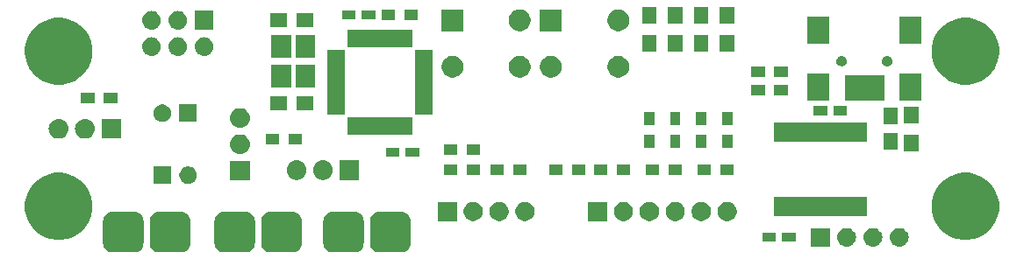
<source format=gbr>
G04 #@! TF.GenerationSoftware,KiCad,Pcbnew,(5.0.1-3-g963ef8bb5)*
G04 #@! TF.CreationDate,2020-07-12T22:57:35-05:00*
G04 #@! TF.ProjectId,SmartNerfBlaster,536D6172744E657266426C6173746572,v1*
G04 #@! TF.SameCoordinates,Original*
G04 #@! TF.FileFunction,Soldermask,Top*
G04 #@! TF.FilePolarity,Negative*
%FSLAX46Y46*%
G04 Gerber Fmt 4.6, Leading zero omitted, Abs format (unit mm)*
G04 Created by KiCad (PCBNEW (5.0.1-3-g963ef8bb5)) date Sunday, July 12, 2020 at 10:57:35 PM*
%MOMM*%
%LPD*%
G01*
G04 APERTURE LIST*
%ADD10C,0.100000*%
G04 APERTURE END LIST*
D10*
G36*
X153218985Y-90562184D02*
X153390616Y-90614247D01*
X153548787Y-90698792D01*
X153687429Y-90812571D01*
X153801208Y-90951213D01*
X153885753Y-91109384D01*
X153937816Y-91281015D01*
X153956000Y-91465640D01*
X153956000Y-93534360D01*
X153937816Y-93718985D01*
X153885753Y-93890616D01*
X153801208Y-94048787D01*
X153687429Y-94187429D01*
X153548787Y-94301208D01*
X153390616Y-94385753D01*
X153218985Y-94437816D01*
X153034360Y-94456000D01*
X150965640Y-94456000D01*
X150781015Y-94437816D01*
X150609384Y-94385753D01*
X150451213Y-94301208D01*
X150312571Y-94187429D01*
X150198792Y-94048787D01*
X150114247Y-93890616D01*
X150062184Y-93718985D01*
X150044000Y-93534360D01*
X150044000Y-91465640D01*
X150062184Y-91281015D01*
X150114247Y-91109384D01*
X150198792Y-90951213D01*
X150312571Y-90812571D01*
X150451213Y-90698792D01*
X150609384Y-90614247D01*
X150781015Y-90562184D01*
X150965640Y-90544000D01*
X153034360Y-90544000D01*
X153218985Y-90562184D01*
X153218985Y-90562184D01*
G37*
G36*
X148718985Y-90562184D02*
X148890616Y-90614247D01*
X149048787Y-90698792D01*
X149187429Y-90812571D01*
X149301208Y-90951213D01*
X149385753Y-91109384D01*
X149437816Y-91281015D01*
X149456000Y-91465640D01*
X149456000Y-93534360D01*
X149437816Y-93718985D01*
X149385753Y-93890616D01*
X149301208Y-94048787D01*
X149187429Y-94187429D01*
X149048787Y-94301208D01*
X148890616Y-94385753D01*
X148718985Y-94437816D01*
X148534360Y-94456000D01*
X146465640Y-94456000D01*
X146281015Y-94437816D01*
X146109384Y-94385753D01*
X145951213Y-94301208D01*
X145812571Y-94187429D01*
X145698792Y-94048787D01*
X145614247Y-93890616D01*
X145562184Y-93718985D01*
X145544000Y-93534360D01*
X145544000Y-91465640D01*
X145562184Y-91281015D01*
X145614247Y-91109384D01*
X145698792Y-90951213D01*
X145812571Y-90812571D01*
X145951213Y-90698792D01*
X146109384Y-90614247D01*
X146281015Y-90562184D01*
X146465640Y-90544000D01*
X148534360Y-90544000D01*
X148718985Y-90562184D01*
X148718985Y-90562184D01*
G37*
G36*
X142718985Y-90562184D02*
X142890616Y-90614247D01*
X143048787Y-90698792D01*
X143187429Y-90812571D01*
X143301208Y-90951213D01*
X143385753Y-91109384D01*
X143437816Y-91281015D01*
X143456000Y-91465640D01*
X143456000Y-93534360D01*
X143437816Y-93718985D01*
X143385753Y-93890616D01*
X143301208Y-94048787D01*
X143187429Y-94187429D01*
X143048787Y-94301208D01*
X142890616Y-94385753D01*
X142718985Y-94437816D01*
X142534360Y-94456000D01*
X140465640Y-94456000D01*
X140281015Y-94437816D01*
X140109384Y-94385753D01*
X139951213Y-94301208D01*
X139812571Y-94187429D01*
X139698792Y-94048787D01*
X139614247Y-93890616D01*
X139562184Y-93718985D01*
X139544000Y-93534360D01*
X139544000Y-91465640D01*
X139562184Y-91281015D01*
X139614247Y-91109384D01*
X139698792Y-90951213D01*
X139812571Y-90812571D01*
X139951213Y-90698792D01*
X140109384Y-90614247D01*
X140281015Y-90562184D01*
X140465640Y-90544000D01*
X142534360Y-90544000D01*
X142718985Y-90562184D01*
X142718985Y-90562184D01*
G37*
G36*
X138218985Y-90562184D02*
X138390616Y-90614247D01*
X138548787Y-90698792D01*
X138687429Y-90812571D01*
X138801208Y-90951213D01*
X138885753Y-91109384D01*
X138937816Y-91281015D01*
X138956000Y-91465640D01*
X138956000Y-93534360D01*
X138937816Y-93718985D01*
X138885753Y-93890616D01*
X138801208Y-94048787D01*
X138687429Y-94187429D01*
X138548787Y-94301208D01*
X138390616Y-94385753D01*
X138218985Y-94437816D01*
X138034360Y-94456000D01*
X135965640Y-94456000D01*
X135781015Y-94437816D01*
X135609384Y-94385753D01*
X135451213Y-94301208D01*
X135312571Y-94187429D01*
X135198792Y-94048787D01*
X135114247Y-93890616D01*
X135062184Y-93718985D01*
X135044000Y-93534360D01*
X135044000Y-91465640D01*
X135062184Y-91281015D01*
X135114247Y-91109384D01*
X135198792Y-90951213D01*
X135312571Y-90812571D01*
X135451213Y-90698792D01*
X135609384Y-90614247D01*
X135781015Y-90562184D01*
X135965640Y-90544000D01*
X138034360Y-90544000D01*
X138218985Y-90562184D01*
X138218985Y-90562184D01*
G37*
G36*
X131968985Y-90562184D02*
X132140616Y-90614247D01*
X132298787Y-90698792D01*
X132437429Y-90812571D01*
X132551208Y-90951213D01*
X132635753Y-91109384D01*
X132687816Y-91281015D01*
X132706000Y-91465640D01*
X132706000Y-93534360D01*
X132687816Y-93718985D01*
X132635753Y-93890616D01*
X132551208Y-94048787D01*
X132437429Y-94187429D01*
X132298787Y-94301208D01*
X132140616Y-94385753D01*
X131968985Y-94437816D01*
X131784360Y-94456000D01*
X129715640Y-94456000D01*
X129531015Y-94437816D01*
X129359384Y-94385753D01*
X129201213Y-94301208D01*
X129062571Y-94187429D01*
X128948792Y-94048787D01*
X128864247Y-93890616D01*
X128812184Y-93718985D01*
X128794000Y-93534360D01*
X128794000Y-91465640D01*
X128812184Y-91281015D01*
X128864247Y-91109384D01*
X128948792Y-90951213D01*
X129062571Y-90812571D01*
X129201213Y-90698792D01*
X129359384Y-90614247D01*
X129531015Y-90562184D01*
X129715640Y-90544000D01*
X131784360Y-90544000D01*
X131968985Y-90562184D01*
X131968985Y-90562184D01*
G37*
G36*
X127468985Y-90562184D02*
X127640616Y-90614247D01*
X127798787Y-90698792D01*
X127937429Y-90812571D01*
X128051208Y-90951213D01*
X128135753Y-91109384D01*
X128187816Y-91281015D01*
X128206000Y-91465640D01*
X128206000Y-93534360D01*
X128187816Y-93718985D01*
X128135753Y-93890616D01*
X128051208Y-94048787D01*
X127937429Y-94187429D01*
X127798787Y-94301208D01*
X127640616Y-94385753D01*
X127468985Y-94437816D01*
X127284360Y-94456000D01*
X125215640Y-94456000D01*
X125031015Y-94437816D01*
X124859384Y-94385753D01*
X124701213Y-94301208D01*
X124562571Y-94187429D01*
X124448792Y-94048787D01*
X124364247Y-93890616D01*
X124312184Y-93718985D01*
X124294000Y-93534360D01*
X124294000Y-91465640D01*
X124312184Y-91281015D01*
X124364247Y-91109384D01*
X124448792Y-90951213D01*
X124562571Y-90812571D01*
X124701213Y-90698792D01*
X124859384Y-90614247D01*
X125031015Y-90562184D01*
X125215640Y-90544000D01*
X127284360Y-90544000D01*
X127468985Y-90562184D01*
X127468985Y-90562184D01*
G37*
G36*
X194401000Y-93901000D02*
X192599000Y-93901000D01*
X192599000Y-92099000D01*
X194401000Y-92099000D01*
X194401000Y-93901000D01*
X194401000Y-93901000D01*
G37*
G36*
X196150443Y-92105519D02*
X196216627Y-92112037D01*
X196329853Y-92146384D01*
X196386467Y-92163557D01*
X196525087Y-92237652D01*
X196542991Y-92247222D01*
X196578729Y-92276552D01*
X196680186Y-92359814D01*
X196763448Y-92461271D01*
X196792778Y-92497009D01*
X196792779Y-92497011D01*
X196876443Y-92653533D01*
X196876443Y-92653534D01*
X196927963Y-92823373D01*
X196945359Y-93000000D01*
X196927963Y-93176627D01*
X196905402Y-93251000D01*
X196876443Y-93346467D01*
X196833931Y-93426000D01*
X196792778Y-93502991D01*
X196767034Y-93534360D01*
X196680186Y-93640186D01*
X196584168Y-93718985D01*
X196542991Y-93752778D01*
X196542989Y-93752779D01*
X196386467Y-93836443D01*
X196334311Y-93852264D01*
X196216627Y-93887963D01*
X196150442Y-93894482D01*
X196084260Y-93901000D01*
X195995740Y-93901000D01*
X195929557Y-93894481D01*
X195863373Y-93887963D01*
X195745689Y-93852264D01*
X195693533Y-93836443D01*
X195537011Y-93752779D01*
X195537009Y-93752778D01*
X195495832Y-93718985D01*
X195399814Y-93640186D01*
X195312966Y-93534360D01*
X195287222Y-93502991D01*
X195246069Y-93426000D01*
X195203557Y-93346467D01*
X195174598Y-93251000D01*
X195152037Y-93176627D01*
X195134641Y-93000000D01*
X195152037Y-92823373D01*
X195203557Y-92653534D01*
X195203557Y-92653533D01*
X195287221Y-92497011D01*
X195287222Y-92497009D01*
X195316552Y-92461271D01*
X195399814Y-92359814D01*
X195501271Y-92276552D01*
X195537009Y-92247222D01*
X195554913Y-92237652D01*
X195693533Y-92163557D01*
X195750147Y-92146384D01*
X195863373Y-92112037D01*
X195929558Y-92105518D01*
X195995740Y-92099000D01*
X196084260Y-92099000D01*
X196150443Y-92105519D01*
X196150443Y-92105519D01*
G37*
G36*
X198690443Y-92105519D02*
X198756627Y-92112037D01*
X198869853Y-92146384D01*
X198926467Y-92163557D01*
X199065087Y-92237652D01*
X199082991Y-92247222D01*
X199118729Y-92276552D01*
X199220186Y-92359814D01*
X199303448Y-92461271D01*
X199332778Y-92497009D01*
X199332779Y-92497011D01*
X199416443Y-92653533D01*
X199416443Y-92653534D01*
X199467963Y-92823373D01*
X199485359Y-93000000D01*
X199467963Y-93176627D01*
X199445402Y-93251000D01*
X199416443Y-93346467D01*
X199373931Y-93426000D01*
X199332778Y-93502991D01*
X199307034Y-93534360D01*
X199220186Y-93640186D01*
X199124168Y-93718985D01*
X199082991Y-93752778D01*
X199082989Y-93752779D01*
X198926467Y-93836443D01*
X198874311Y-93852264D01*
X198756627Y-93887963D01*
X198690442Y-93894482D01*
X198624260Y-93901000D01*
X198535740Y-93901000D01*
X198469557Y-93894481D01*
X198403373Y-93887963D01*
X198285689Y-93852264D01*
X198233533Y-93836443D01*
X198077011Y-93752779D01*
X198077009Y-93752778D01*
X198035832Y-93718985D01*
X197939814Y-93640186D01*
X197852966Y-93534360D01*
X197827222Y-93502991D01*
X197786069Y-93426000D01*
X197743557Y-93346467D01*
X197714598Y-93251000D01*
X197692037Y-93176627D01*
X197674641Y-93000000D01*
X197692037Y-92823373D01*
X197743557Y-92653534D01*
X197743557Y-92653533D01*
X197827221Y-92497011D01*
X197827222Y-92497009D01*
X197856552Y-92461271D01*
X197939814Y-92359814D01*
X198041271Y-92276552D01*
X198077009Y-92247222D01*
X198094913Y-92237652D01*
X198233533Y-92163557D01*
X198290147Y-92146384D01*
X198403373Y-92112037D01*
X198469558Y-92105518D01*
X198535740Y-92099000D01*
X198624260Y-92099000D01*
X198690443Y-92105519D01*
X198690443Y-92105519D01*
G37*
G36*
X201230443Y-92105519D02*
X201296627Y-92112037D01*
X201409853Y-92146384D01*
X201466467Y-92163557D01*
X201605087Y-92237652D01*
X201622991Y-92247222D01*
X201658729Y-92276552D01*
X201760186Y-92359814D01*
X201843448Y-92461271D01*
X201872778Y-92497009D01*
X201872779Y-92497011D01*
X201956443Y-92653533D01*
X201956443Y-92653534D01*
X202007963Y-92823373D01*
X202025359Y-93000000D01*
X202007963Y-93176627D01*
X201985402Y-93251000D01*
X201956443Y-93346467D01*
X201913931Y-93426000D01*
X201872778Y-93502991D01*
X201847034Y-93534360D01*
X201760186Y-93640186D01*
X201664168Y-93718985D01*
X201622991Y-93752778D01*
X201622989Y-93752779D01*
X201466467Y-93836443D01*
X201414311Y-93852264D01*
X201296627Y-93887963D01*
X201230442Y-93894482D01*
X201164260Y-93901000D01*
X201075740Y-93901000D01*
X201009557Y-93894481D01*
X200943373Y-93887963D01*
X200825689Y-93852264D01*
X200773533Y-93836443D01*
X200617011Y-93752779D01*
X200617009Y-93752778D01*
X200575832Y-93718985D01*
X200479814Y-93640186D01*
X200392966Y-93534360D01*
X200367222Y-93502991D01*
X200326069Y-93426000D01*
X200283557Y-93346467D01*
X200254598Y-93251000D01*
X200232037Y-93176627D01*
X200214641Y-93000000D01*
X200232037Y-92823373D01*
X200283557Y-92653534D01*
X200283557Y-92653533D01*
X200367221Y-92497011D01*
X200367222Y-92497009D01*
X200396552Y-92461271D01*
X200479814Y-92359814D01*
X200581271Y-92276552D01*
X200617009Y-92247222D01*
X200634913Y-92237652D01*
X200773533Y-92163557D01*
X200830147Y-92146384D01*
X200943373Y-92112037D01*
X201009558Y-92105518D01*
X201075740Y-92099000D01*
X201164260Y-92099000D01*
X201230443Y-92105519D01*
X201230443Y-92105519D01*
G37*
G36*
X189201000Y-93426000D02*
X187899000Y-93426000D01*
X187899000Y-92574000D01*
X189201000Y-92574000D01*
X189201000Y-93426000D01*
X189201000Y-93426000D01*
G37*
G36*
X191101000Y-93426000D02*
X189799000Y-93426000D01*
X189799000Y-92574000D01*
X191101000Y-92574000D01*
X191101000Y-93426000D01*
X191101000Y-93426000D01*
G37*
G36*
X120634239Y-86811467D02*
X120948282Y-86873934D01*
X121539926Y-87119001D01*
X122036797Y-87451000D01*
X122072395Y-87474786D01*
X122525214Y-87927605D01*
X122525216Y-87927608D01*
X122880999Y-88460074D01*
X122880999Y-88460075D01*
X123126066Y-89051719D01*
X123250918Y-89679389D01*
X123251000Y-89679804D01*
X123251000Y-90320196D01*
X123126066Y-90948282D01*
X122880999Y-91539926D01*
X122527615Y-92068802D01*
X122525214Y-92072395D01*
X122072395Y-92525214D01*
X122072392Y-92525216D01*
X121539926Y-92880999D01*
X120948282Y-93126066D01*
X120634239Y-93188533D01*
X120320197Y-93251000D01*
X119679803Y-93251000D01*
X119365761Y-93188533D01*
X119051718Y-93126066D01*
X118460074Y-92880999D01*
X117927608Y-92525216D01*
X117927605Y-92525214D01*
X117474786Y-92072395D01*
X117472385Y-92068802D01*
X117119001Y-91539926D01*
X116873934Y-90948282D01*
X116749000Y-90320196D01*
X116749000Y-89679804D01*
X116749083Y-89679389D01*
X116873934Y-89051719D01*
X117119001Y-88460075D01*
X117119001Y-88460074D01*
X117474784Y-87927608D01*
X117474786Y-87927605D01*
X117927605Y-87474786D01*
X117963203Y-87451000D01*
X118460074Y-87119001D01*
X119051718Y-86873934D01*
X119365761Y-86811467D01*
X119679803Y-86749000D01*
X120320197Y-86749000D01*
X120634239Y-86811467D01*
X120634239Y-86811467D01*
G37*
G36*
X208134239Y-86811467D02*
X208448282Y-86873934D01*
X209039926Y-87119001D01*
X209536797Y-87451000D01*
X209572395Y-87474786D01*
X210025214Y-87927605D01*
X210025216Y-87927608D01*
X210380999Y-88460074D01*
X210380999Y-88460075D01*
X210626066Y-89051719D01*
X210750918Y-89679389D01*
X210751000Y-89679804D01*
X210751000Y-90320196D01*
X210626066Y-90948282D01*
X210380999Y-91539926D01*
X210027615Y-92068802D01*
X210025214Y-92072395D01*
X209572395Y-92525214D01*
X209572392Y-92525216D01*
X209039926Y-92880999D01*
X208448282Y-93126066D01*
X208134239Y-93188533D01*
X207820197Y-93251000D01*
X207179803Y-93251000D01*
X206865761Y-93188533D01*
X206551718Y-93126066D01*
X205960074Y-92880999D01*
X205427608Y-92525216D01*
X205427605Y-92525214D01*
X204974786Y-92072395D01*
X204972385Y-92068802D01*
X204619001Y-91539926D01*
X204373934Y-90948282D01*
X204249000Y-90320196D01*
X204249000Y-89679804D01*
X204249083Y-89679389D01*
X204373934Y-89051719D01*
X204619001Y-88460075D01*
X204619001Y-88460074D01*
X204974784Y-87927608D01*
X204974786Y-87927605D01*
X205427605Y-87474786D01*
X205463203Y-87451000D01*
X205960074Y-87119001D01*
X206551718Y-86873934D01*
X206865761Y-86811467D01*
X207179803Y-86749000D01*
X207820197Y-86749000D01*
X208134239Y-86811467D01*
X208134239Y-86811467D01*
G37*
G36*
X165270104Y-89609585D02*
X165438626Y-89679389D01*
X165590291Y-89780728D01*
X165719272Y-89909709D01*
X165820611Y-90061374D01*
X165890415Y-90229896D01*
X165926000Y-90408797D01*
X165926000Y-90591203D01*
X165890415Y-90770104D01*
X165820611Y-90938626D01*
X165719272Y-91090291D01*
X165590291Y-91219272D01*
X165438626Y-91320611D01*
X165270104Y-91390415D01*
X165091203Y-91426000D01*
X164908797Y-91426000D01*
X164729896Y-91390415D01*
X164561374Y-91320611D01*
X164409709Y-91219272D01*
X164280728Y-91090291D01*
X164179389Y-90938626D01*
X164109585Y-90770104D01*
X164074000Y-90591203D01*
X164074000Y-90408797D01*
X164109585Y-90229896D01*
X164179389Y-90061374D01*
X164280728Y-89909709D01*
X164409709Y-89780728D01*
X164561374Y-89679389D01*
X164729896Y-89609585D01*
X164908797Y-89574000D01*
X165091203Y-89574000D01*
X165270104Y-89609585D01*
X165270104Y-89609585D01*
G37*
G36*
X184770104Y-89609585D02*
X184938626Y-89679389D01*
X185090291Y-89780728D01*
X185219272Y-89909709D01*
X185320611Y-90061374D01*
X185390415Y-90229896D01*
X185426000Y-90408797D01*
X185426000Y-90591203D01*
X185390415Y-90770104D01*
X185320611Y-90938626D01*
X185219272Y-91090291D01*
X185090291Y-91219272D01*
X184938626Y-91320611D01*
X184770104Y-91390415D01*
X184591203Y-91426000D01*
X184408797Y-91426000D01*
X184229896Y-91390415D01*
X184061374Y-91320611D01*
X183909709Y-91219272D01*
X183780728Y-91090291D01*
X183679389Y-90938626D01*
X183609585Y-90770104D01*
X183574000Y-90591203D01*
X183574000Y-90408797D01*
X183609585Y-90229896D01*
X183679389Y-90061374D01*
X183780728Y-89909709D01*
X183909709Y-89780728D01*
X184061374Y-89679389D01*
X184229896Y-89609585D01*
X184408797Y-89574000D01*
X184591203Y-89574000D01*
X184770104Y-89609585D01*
X184770104Y-89609585D01*
G37*
G36*
X158426000Y-91426000D02*
X156574000Y-91426000D01*
X156574000Y-89574000D01*
X158426000Y-89574000D01*
X158426000Y-91426000D01*
X158426000Y-91426000D01*
G37*
G36*
X160270104Y-89609585D02*
X160438626Y-89679389D01*
X160590291Y-89780728D01*
X160719272Y-89909709D01*
X160820611Y-90061374D01*
X160890415Y-90229896D01*
X160926000Y-90408797D01*
X160926000Y-90591203D01*
X160890415Y-90770104D01*
X160820611Y-90938626D01*
X160719272Y-91090291D01*
X160590291Y-91219272D01*
X160438626Y-91320611D01*
X160270104Y-91390415D01*
X160091203Y-91426000D01*
X159908797Y-91426000D01*
X159729896Y-91390415D01*
X159561374Y-91320611D01*
X159409709Y-91219272D01*
X159280728Y-91090291D01*
X159179389Y-90938626D01*
X159109585Y-90770104D01*
X159074000Y-90591203D01*
X159074000Y-90408797D01*
X159109585Y-90229896D01*
X159179389Y-90061374D01*
X159280728Y-89909709D01*
X159409709Y-89780728D01*
X159561374Y-89679389D01*
X159729896Y-89609585D01*
X159908797Y-89574000D01*
X160091203Y-89574000D01*
X160270104Y-89609585D01*
X160270104Y-89609585D01*
G37*
G36*
X162770104Y-89609585D02*
X162938626Y-89679389D01*
X163090291Y-89780728D01*
X163219272Y-89909709D01*
X163320611Y-90061374D01*
X163390415Y-90229896D01*
X163426000Y-90408797D01*
X163426000Y-90591203D01*
X163390415Y-90770104D01*
X163320611Y-90938626D01*
X163219272Y-91090291D01*
X163090291Y-91219272D01*
X162938626Y-91320611D01*
X162770104Y-91390415D01*
X162591203Y-91426000D01*
X162408797Y-91426000D01*
X162229896Y-91390415D01*
X162061374Y-91320611D01*
X161909709Y-91219272D01*
X161780728Y-91090291D01*
X161679389Y-90938626D01*
X161609585Y-90770104D01*
X161574000Y-90591203D01*
X161574000Y-90408797D01*
X161609585Y-90229896D01*
X161679389Y-90061374D01*
X161780728Y-89909709D01*
X161909709Y-89780728D01*
X162061374Y-89679389D01*
X162229896Y-89609585D01*
X162408797Y-89574000D01*
X162591203Y-89574000D01*
X162770104Y-89609585D01*
X162770104Y-89609585D01*
G37*
G36*
X182270104Y-89609585D02*
X182438626Y-89679389D01*
X182590291Y-89780728D01*
X182719272Y-89909709D01*
X182820611Y-90061374D01*
X182890415Y-90229896D01*
X182926000Y-90408797D01*
X182926000Y-90591203D01*
X182890415Y-90770104D01*
X182820611Y-90938626D01*
X182719272Y-91090291D01*
X182590291Y-91219272D01*
X182438626Y-91320611D01*
X182270104Y-91390415D01*
X182091203Y-91426000D01*
X181908797Y-91426000D01*
X181729896Y-91390415D01*
X181561374Y-91320611D01*
X181409709Y-91219272D01*
X181280728Y-91090291D01*
X181179389Y-90938626D01*
X181109585Y-90770104D01*
X181074000Y-90591203D01*
X181074000Y-90408797D01*
X181109585Y-90229896D01*
X181179389Y-90061374D01*
X181280728Y-89909709D01*
X181409709Y-89780728D01*
X181561374Y-89679389D01*
X181729896Y-89609585D01*
X181908797Y-89574000D01*
X182091203Y-89574000D01*
X182270104Y-89609585D01*
X182270104Y-89609585D01*
G37*
G36*
X179770104Y-89609585D02*
X179938626Y-89679389D01*
X180090291Y-89780728D01*
X180219272Y-89909709D01*
X180320611Y-90061374D01*
X180390415Y-90229896D01*
X180426000Y-90408797D01*
X180426000Y-90591203D01*
X180390415Y-90770104D01*
X180320611Y-90938626D01*
X180219272Y-91090291D01*
X180090291Y-91219272D01*
X179938626Y-91320611D01*
X179770104Y-91390415D01*
X179591203Y-91426000D01*
X179408797Y-91426000D01*
X179229896Y-91390415D01*
X179061374Y-91320611D01*
X178909709Y-91219272D01*
X178780728Y-91090291D01*
X178679389Y-90938626D01*
X178609585Y-90770104D01*
X178574000Y-90591203D01*
X178574000Y-90408797D01*
X178609585Y-90229896D01*
X178679389Y-90061374D01*
X178780728Y-89909709D01*
X178909709Y-89780728D01*
X179061374Y-89679389D01*
X179229896Y-89609585D01*
X179408797Y-89574000D01*
X179591203Y-89574000D01*
X179770104Y-89609585D01*
X179770104Y-89609585D01*
G37*
G36*
X177270104Y-89609585D02*
X177438626Y-89679389D01*
X177590291Y-89780728D01*
X177719272Y-89909709D01*
X177820611Y-90061374D01*
X177890415Y-90229896D01*
X177926000Y-90408797D01*
X177926000Y-90591203D01*
X177890415Y-90770104D01*
X177820611Y-90938626D01*
X177719272Y-91090291D01*
X177590291Y-91219272D01*
X177438626Y-91320611D01*
X177270104Y-91390415D01*
X177091203Y-91426000D01*
X176908797Y-91426000D01*
X176729896Y-91390415D01*
X176561374Y-91320611D01*
X176409709Y-91219272D01*
X176280728Y-91090291D01*
X176179389Y-90938626D01*
X176109585Y-90770104D01*
X176074000Y-90591203D01*
X176074000Y-90408797D01*
X176109585Y-90229896D01*
X176179389Y-90061374D01*
X176280728Y-89909709D01*
X176409709Y-89780728D01*
X176561374Y-89679389D01*
X176729896Y-89609585D01*
X176908797Y-89574000D01*
X177091203Y-89574000D01*
X177270104Y-89609585D01*
X177270104Y-89609585D01*
G37*
G36*
X174770104Y-89609585D02*
X174938626Y-89679389D01*
X175090291Y-89780728D01*
X175219272Y-89909709D01*
X175320611Y-90061374D01*
X175390415Y-90229896D01*
X175426000Y-90408797D01*
X175426000Y-90591203D01*
X175390415Y-90770104D01*
X175320611Y-90938626D01*
X175219272Y-91090291D01*
X175090291Y-91219272D01*
X174938626Y-91320611D01*
X174770104Y-91390415D01*
X174591203Y-91426000D01*
X174408797Y-91426000D01*
X174229896Y-91390415D01*
X174061374Y-91320611D01*
X173909709Y-91219272D01*
X173780728Y-91090291D01*
X173679389Y-90938626D01*
X173609585Y-90770104D01*
X173574000Y-90591203D01*
X173574000Y-90408797D01*
X173609585Y-90229896D01*
X173679389Y-90061374D01*
X173780728Y-89909709D01*
X173909709Y-89780728D01*
X174061374Y-89679389D01*
X174229896Y-89609585D01*
X174408797Y-89574000D01*
X174591203Y-89574000D01*
X174770104Y-89609585D01*
X174770104Y-89609585D01*
G37*
G36*
X172926000Y-91426000D02*
X171074000Y-91426000D01*
X171074000Y-89574000D01*
X172926000Y-89574000D01*
X172926000Y-91426000D01*
X172926000Y-91426000D01*
G37*
G36*
X198001000Y-90926000D02*
X188999000Y-90926000D01*
X188999000Y-89074000D01*
X198001000Y-89074000D01*
X198001000Y-90926000D01*
X198001000Y-90926000D01*
G37*
G36*
X130851000Y-87851000D02*
X129149000Y-87851000D01*
X129149000Y-86149000D01*
X130851000Y-86149000D01*
X130851000Y-87851000D01*
X130851000Y-87851000D01*
G37*
G36*
X132748228Y-86181703D02*
X132903100Y-86245853D01*
X133042481Y-86338985D01*
X133161015Y-86457519D01*
X133254147Y-86596900D01*
X133318297Y-86751772D01*
X133351000Y-86916184D01*
X133351000Y-87083816D01*
X133318297Y-87248228D01*
X133254147Y-87403100D01*
X133161015Y-87542481D01*
X133042481Y-87661015D01*
X132903100Y-87754147D01*
X132748228Y-87818297D01*
X132583816Y-87851000D01*
X132416184Y-87851000D01*
X132251772Y-87818297D01*
X132096900Y-87754147D01*
X131957519Y-87661015D01*
X131838985Y-87542481D01*
X131745853Y-87403100D01*
X131681703Y-87248228D01*
X131649000Y-87083816D01*
X131649000Y-86916184D01*
X131681703Y-86751772D01*
X131745853Y-86596900D01*
X131838985Y-86457519D01*
X131957519Y-86338985D01*
X132096900Y-86245853D01*
X132251772Y-86181703D01*
X132416184Y-86149000D01*
X132583816Y-86149000D01*
X132748228Y-86181703D01*
X132748228Y-86181703D01*
G37*
G36*
X138451000Y-87491000D02*
X136549000Y-87491000D01*
X136549000Y-85589000D01*
X138451000Y-85589000D01*
X138451000Y-87491000D01*
X138451000Y-87491000D01*
G37*
G36*
X148991000Y-87451000D02*
X147089000Y-87451000D01*
X147089000Y-85549000D01*
X148991000Y-85549000D01*
X148991000Y-87451000D01*
X148991000Y-87451000D01*
G37*
G36*
X145686425Y-85562760D02*
X145686428Y-85562761D01*
X145686429Y-85562761D01*
X145865693Y-85617140D01*
X145865695Y-85617141D01*
X146030905Y-85705448D01*
X146175712Y-85824288D01*
X146294552Y-85969095D01*
X146294553Y-85969097D01*
X146382860Y-86134307D01*
X146416697Y-86245853D01*
X146437240Y-86313575D01*
X146455601Y-86500000D01*
X146437240Y-86686425D01*
X146382859Y-86865695D01*
X146294552Y-87030905D01*
X146175712Y-87175712D01*
X146030905Y-87294552D01*
X146030903Y-87294553D01*
X145865693Y-87382860D01*
X145686429Y-87437239D01*
X145686428Y-87437239D01*
X145686425Y-87437240D01*
X145546718Y-87451000D01*
X145453282Y-87451000D01*
X145313575Y-87437240D01*
X145313572Y-87437239D01*
X145313571Y-87437239D01*
X145134307Y-87382860D01*
X144969097Y-87294553D01*
X144969095Y-87294552D01*
X144824288Y-87175712D01*
X144705448Y-87030905D01*
X144617141Y-86865695D01*
X144562760Y-86686425D01*
X144544399Y-86500000D01*
X144562760Y-86313575D01*
X144583303Y-86245853D01*
X144617140Y-86134307D01*
X144705447Y-85969097D01*
X144705448Y-85969095D01*
X144824288Y-85824288D01*
X144969095Y-85705448D01*
X145134305Y-85617141D01*
X145134307Y-85617140D01*
X145313571Y-85562761D01*
X145313572Y-85562761D01*
X145313575Y-85562760D01*
X145453282Y-85549000D01*
X145546718Y-85549000D01*
X145686425Y-85562760D01*
X145686425Y-85562760D01*
G37*
G36*
X143146425Y-85562760D02*
X143146428Y-85562761D01*
X143146429Y-85562761D01*
X143325693Y-85617140D01*
X143325695Y-85617141D01*
X143490905Y-85705448D01*
X143635712Y-85824288D01*
X143754552Y-85969095D01*
X143754553Y-85969097D01*
X143842860Y-86134307D01*
X143876697Y-86245853D01*
X143897240Y-86313575D01*
X143915601Y-86500000D01*
X143897240Y-86686425D01*
X143842859Y-86865695D01*
X143754552Y-87030905D01*
X143635712Y-87175712D01*
X143490905Y-87294552D01*
X143490903Y-87294553D01*
X143325693Y-87382860D01*
X143146429Y-87437239D01*
X143146428Y-87437239D01*
X143146425Y-87437240D01*
X143006718Y-87451000D01*
X142913282Y-87451000D01*
X142773575Y-87437240D01*
X142773572Y-87437239D01*
X142773571Y-87437239D01*
X142594307Y-87382860D01*
X142429097Y-87294553D01*
X142429095Y-87294552D01*
X142284288Y-87175712D01*
X142165448Y-87030905D01*
X142077141Y-86865695D01*
X142022760Y-86686425D01*
X142004399Y-86500000D01*
X142022760Y-86313575D01*
X142043303Y-86245853D01*
X142077140Y-86134307D01*
X142165447Y-85969097D01*
X142165448Y-85969095D01*
X142284288Y-85824288D01*
X142429095Y-85705448D01*
X142594305Y-85617141D01*
X142594307Y-85617140D01*
X142773571Y-85562761D01*
X142773572Y-85562761D01*
X142773575Y-85562760D01*
X142913282Y-85549000D01*
X143006718Y-85549000D01*
X143146425Y-85562760D01*
X143146425Y-85562760D01*
G37*
G36*
X180151000Y-87001000D02*
X178849000Y-87001000D01*
X178849000Y-85999000D01*
X180151000Y-85999000D01*
X180151000Y-87001000D01*
X180151000Y-87001000D01*
G37*
G36*
X177951000Y-87001000D02*
X176649000Y-87001000D01*
X176649000Y-85999000D01*
X177951000Y-85999000D01*
X177951000Y-87001000D01*
X177951000Y-87001000D01*
G37*
G36*
X175151000Y-87001000D02*
X173849000Y-87001000D01*
X173849000Y-85999000D01*
X175151000Y-85999000D01*
X175151000Y-87001000D01*
X175151000Y-87001000D01*
G37*
G36*
X172951000Y-87001000D02*
X171649000Y-87001000D01*
X171649000Y-85999000D01*
X172951000Y-85999000D01*
X172951000Y-87001000D01*
X172951000Y-87001000D01*
G37*
G36*
X170851000Y-87001000D02*
X169549000Y-87001000D01*
X169549000Y-85999000D01*
X170851000Y-85999000D01*
X170851000Y-87001000D01*
X170851000Y-87001000D01*
G37*
G36*
X168651000Y-87001000D02*
X167349000Y-87001000D01*
X167349000Y-85999000D01*
X168651000Y-85999000D01*
X168651000Y-87001000D01*
X168651000Y-87001000D01*
G37*
G36*
X165151000Y-87001000D02*
X163849000Y-87001000D01*
X163849000Y-85999000D01*
X165151000Y-85999000D01*
X165151000Y-87001000D01*
X165151000Y-87001000D01*
G37*
G36*
X162951000Y-87001000D02*
X161649000Y-87001000D01*
X161649000Y-85999000D01*
X162951000Y-85999000D01*
X162951000Y-87001000D01*
X162951000Y-87001000D01*
G37*
G36*
X160651000Y-87001000D02*
X159349000Y-87001000D01*
X159349000Y-85999000D01*
X160651000Y-85999000D01*
X160651000Y-87001000D01*
X160651000Y-87001000D01*
G37*
G36*
X158451000Y-87001000D02*
X157149000Y-87001000D01*
X157149000Y-85999000D01*
X158451000Y-85999000D01*
X158451000Y-87001000D01*
X158451000Y-87001000D01*
G37*
G36*
X182951000Y-87001000D02*
X181649000Y-87001000D01*
X181649000Y-85999000D01*
X182951000Y-85999000D01*
X182951000Y-87001000D01*
X182951000Y-87001000D01*
G37*
G36*
X185151000Y-87001000D02*
X183849000Y-87001000D01*
X183849000Y-85999000D01*
X185151000Y-85999000D01*
X185151000Y-87001000D01*
X185151000Y-87001000D01*
G37*
G36*
X154801000Y-85176000D02*
X153499000Y-85176000D01*
X153499000Y-84324000D01*
X154801000Y-84324000D01*
X154801000Y-85176000D01*
X154801000Y-85176000D01*
G37*
G36*
X152901000Y-85176000D02*
X151599000Y-85176000D01*
X151599000Y-84324000D01*
X152901000Y-84324000D01*
X152901000Y-85176000D01*
X152901000Y-85176000D01*
G37*
G36*
X160651000Y-85001000D02*
X159349000Y-85001000D01*
X159349000Y-83999000D01*
X160651000Y-83999000D01*
X160651000Y-85001000D01*
X160651000Y-85001000D01*
G37*
G36*
X158451000Y-85001000D02*
X157149000Y-85001000D01*
X157149000Y-83999000D01*
X158451000Y-83999000D01*
X158451000Y-85001000D01*
X158451000Y-85001000D01*
G37*
G36*
X137686425Y-83062760D02*
X137686428Y-83062761D01*
X137686429Y-83062761D01*
X137865693Y-83117140D01*
X137865695Y-83117141D01*
X138030905Y-83205448D01*
X138175712Y-83324288D01*
X138294552Y-83469095D01*
X138294553Y-83469097D01*
X138382860Y-83634307D01*
X138437239Y-83813571D01*
X138437240Y-83813575D01*
X138455601Y-84000000D01*
X138437240Y-84186425D01*
X138382859Y-84365695D01*
X138294552Y-84530905D01*
X138175712Y-84675712D01*
X138030905Y-84794552D01*
X138030903Y-84794553D01*
X137865693Y-84882860D01*
X137686429Y-84937239D01*
X137686428Y-84937239D01*
X137686425Y-84937240D01*
X137546718Y-84951000D01*
X137453282Y-84951000D01*
X137313575Y-84937240D01*
X137313572Y-84937239D01*
X137313571Y-84937239D01*
X137134307Y-84882860D01*
X136969097Y-84794553D01*
X136969095Y-84794552D01*
X136824288Y-84675712D01*
X136705448Y-84530905D01*
X136617141Y-84365695D01*
X136562760Y-84186425D01*
X136544399Y-84000000D01*
X136562760Y-83813575D01*
X136562761Y-83813571D01*
X136617140Y-83634307D01*
X136705447Y-83469097D01*
X136705448Y-83469095D01*
X136824288Y-83324288D01*
X136969095Y-83205448D01*
X137134305Y-83117141D01*
X137134307Y-83117140D01*
X137313571Y-83062761D01*
X137313572Y-83062761D01*
X137313575Y-83062760D01*
X137453282Y-83049000D01*
X137546718Y-83049000D01*
X137686425Y-83062760D01*
X137686425Y-83062760D01*
G37*
G36*
X202951000Y-84651000D02*
X201549000Y-84651000D01*
X201549000Y-83049000D01*
X202951000Y-83049000D01*
X202951000Y-84651000D01*
X202951000Y-84651000D01*
G37*
G36*
X200926000Y-84551000D02*
X199574000Y-84551000D01*
X199574000Y-82949000D01*
X200926000Y-82949000D01*
X200926000Y-84551000D01*
X200926000Y-84551000D01*
G37*
G36*
X180001000Y-84351000D02*
X178999000Y-84351000D01*
X178999000Y-83049000D01*
X180001000Y-83049000D01*
X180001000Y-84351000D01*
X180001000Y-84351000D01*
G37*
G36*
X185001000Y-84351000D02*
X183999000Y-84351000D01*
X183999000Y-83049000D01*
X185001000Y-83049000D01*
X185001000Y-84351000D01*
X185001000Y-84351000D01*
G37*
G36*
X182501000Y-84351000D02*
X181499000Y-84351000D01*
X181499000Y-83049000D01*
X182501000Y-83049000D01*
X182501000Y-84351000D01*
X182501000Y-84351000D01*
G37*
G36*
X177501000Y-84351000D02*
X176499000Y-84351000D01*
X176499000Y-83049000D01*
X177501000Y-83049000D01*
X177501000Y-84351000D01*
X177501000Y-84351000D01*
G37*
G36*
X143501000Y-84001000D02*
X142199000Y-84001000D01*
X142199000Y-82999000D01*
X143501000Y-82999000D01*
X143501000Y-84001000D01*
X143501000Y-84001000D01*
G37*
G36*
X141301000Y-84001000D02*
X139999000Y-84001000D01*
X139999000Y-82999000D01*
X141301000Y-82999000D01*
X141301000Y-84001000D01*
X141301000Y-84001000D01*
G37*
G36*
X198001000Y-83726000D02*
X188999000Y-83726000D01*
X188999000Y-81874000D01*
X198001000Y-81874000D01*
X198001000Y-83726000D01*
X198001000Y-83726000D01*
G37*
G36*
X120186425Y-81562760D02*
X120186428Y-81562761D01*
X120186429Y-81562761D01*
X120365693Y-81617140D01*
X120365695Y-81617141D01*
X120530905Y-81705448D01*
X120675712Y-81824288D01*
X120794552Y-81969095D01*
X120794553Y-81969097D01*
X120882860Y-82134307D01*
X120919336Y-82254552D01*
X120937240Y-82313575D01*
X120955601Y-82500000D01*
X120937240Y-82686425D01*
X120882859Y-82865695D01*
X120794552Y-83030905D01*
X120675712Y-83175712D01*
X120530905Y-83294552D01*
X120530903Y-83294553D01*
X120365693Y-83382860D01*
X120186429Y-83437239D01*
X120186428Y-83437239D01*
X120186425Y-83437240D01*
X120046718Y-83451000D01*
X119953282Y-83451000D01*
X119813575Y-83437240D01*
X119813572Y-83437239D01*
X119813571Y-83437239D01*
X119634307Y-83382860D01*
X119469097Y-83294553D01*
X119469095Y-83294552D01*
X119324288Y-83175712D01*
X119205448Y-83030905D01*
X119117141Y-82865695D01*
X119062760Y-82686425D01*
X119044399Y-82500000D01*
X119062760Y-82313575D01*
X119080664Y-82254552D01*
X119117140Y-82134307D01*
X119205447Y-81969097D01*
X119205448Y-81969095D01*
X119324288Y-81824288D01*
X119469095Y-81705448D01*
X119634305Y-81617141D01*
X119634307Y-81617140D01*
X119813571Y-81562761D01*
X119813572Y-81562761D01*
X119813575Y-81562760D01*
X119953282Y-81549000D01*
X120046718Y-81549000D01*
X120186425Y-81562760D01*
X120186425Y-81562760D01*
G37*
G36*
X122726425Y-81562760D02*
X122726428Y-81562761D01*
X122726429Y-81562761D01*
X122905693Y-81617140D01*
X122905695Y-81617141D01*
X123070905Y-81705448D01*
X123215712Y-81824288D01*
X123334552Y-81969095D01*
X123334553Y-81969097D01*
X123422860Y-82134307D01*
X123459336Y-82254552D01*
X123477240Y-82313575D01*
X123495601Y-82500000D01*
X123477240Y-82686425D01*
X123422859Y-82865695D01*
X123334552Y-83030905D01*
X123215712Y-83175712D01*
X123070905Y-83294552D01*
X123070903Y-83294553D01*
X122905693Y-83382860D01*
X122726429Y-83437239D01*
X122726428Y-83437239D01*
X122726425Y-83437240D01*
X122586718Y-83451000D01*
X122493282Y-83451000D01*
X122353575Y-83437240D01*
X122353572Y-83437239D01*
X122353571Y-83437239D01*
X122174307Y-83382860D01*
X122009097Y-83294553D01*
X122009095Y-83294552D01*
X121864288Y-83175712D01*
X121745448Y-83030905D01*
X121657141Y-82865695D01*
X121602760Y-82686425D01*
X121584399Y-82500000D01*
X121602760Y-82313575D01*
X121620664Y-82254552D01*
X121657140Y-82134307D01*
X121745447Y-81969097D01*
X121745448Y-81969095D01*
X121864288Y-81824288D01*
X122009095Y-81705448D01*
X122174305Y-81617141D01*
X122174307Y-81617140D01*
X122353571Y-81562761D01*
X122353572Y-81562761D01*
X122353575Y-81562760D01*
X122493282Y-81549000D01*
X122586718Y-81549000D01*
X122726425Y-81562760D01*
X122726425Y-81562760D01*
G37*
G36*
X126031000Y-83451000D02*
X124129000Y-83451000D01*
X124129000Y-81549000D01*
X126031000Y-81549000D01*
X126031000Y-83451000D01*
X126031000Y-83451000D01*
G37*
G36*
X154126000Y-83101000D02*
X147874000Y-83101000D01*
X147874000Y-81399000D01*
X154126000Y-81399000D01*
X154126000Y-83101000D01*
X154126000Y-83101000D01*
G37*
G36*
X137686425Y-80522760D02*
X137686428Y-80522761D01*
X137686429Y-80522761D01*
X137865693Y-80577140D01*
X137865695Y-80577141D01*
X138030905Y-80665448D01*
X138175712Y-80784288D01*
X138294552Y-80929095D01*
X138382859Y-81094305D01*
X138437240Y-81273575D01*
X138455601Y-81460000D01*
X138437240Y-81646425D01*
X138437239Y-81646428D01*
X138437239Y-81646429D01*
X138385104Y-81818297D01*
X138382859Y-81825695D01*
X138294552Y-81990905D01*
X138175712Y-82135712D01*
X138030905Y-82254552D01*
X138030903Y-82254553D01*
X137865693Y-82342860D01*
X137686429Y-82397239D01*
X137686428Y-82397239D01*
X137686425Y-82397240D01*
X137546718Y-82411000D01*
X137453282Y-82411000D01*
X137313575Y-82397240D01*
X137313572Y-82397239D01*
X137313571Y-82397239D01*
X137134307Y-82342860D01*
X136969097Y-82254553D01*
X136969095Y-82254552D01*
X136824288Y-82135712D01*
X136705448Y-81990905D01*
X136617141Y-81825695D01*
X136614897Y-81818297D01*
X136562761Y-81646429D01*
X136562761Y-81646428D01*
X136562760Y-81646425D01*
X136544399Y-81460000D01*
X136562760Y-81273575D01*
X136617141Y-81094305D01*
X136705448Y-80929095D01*
X136824288Y-80784288D01*
X136969095Y-80665448D01*
X137134305Y-80577141D01*
X137134307Y-80577140D01*
X137313571Y-80522761D01*
X137313572Y-80522761D01*
X137313575Y-80522760D01*
X137453282Y-80509000D01*
X137546718Y-80509000D01*
X137686425Y-80522760D01*
X137686425Y-80522760D01*
G37*
G36*
X185001000Y-82151000D02*
X183999000Y-82151000D01*
X183999000Y-80849000D01*
X185001000Y-80849000D01*
X185001000Y-82151000D01*
X185001000Y-82151000D01*
G37*
G36*
X177501000Y-82151000D02*
X176499000Y-82151000D01*
X176499000Y-80849000D01*
X177501000Y-80849000D01*
X177501000Y-82151000D01*
X177501000Y-82151000D01*
G37*
G36*
X182501000Y-82151000D02*
X181499000Y-82151000D01*
X181499000Y-80849000D01*
X182501000Y-80849000D01*
X182501000Y-82151000D01*
X182501000Y-82151000D01*
G37*
G36*
X180001000Y-82151000D02*
X178999000Y-82151000D01*
X178999000Y-80849000D01*
X180001000Y-80849000D01*
X180001000Y-82151000D01*
X180001000Y-82151000D01*
G37*
G36*
X200926000Y-82051000D02*
X199574000Y-82051000D01*
X199574000Y-80449000D01*
X200926000Y-80449000D01*
X200926000Y-82051000D01*
X200926000Y-82051000D01*
G37*
G36*
X202951000Y-81951000D02*
X201549000Y-81951000D01*
X201549000Y-80349000D01*
X202951000Y-80349000D01*
X202951000Y-81951000D01*
X202951000Y-81951000D01*
G37*
G36*
X133351000Y-81851000D02*
X131649000Y-81851000D01*
X131649000Y-80149000D01*
X133351000Y-80149000D01*
X133351000Y-81851000D01*
X133351000Y-81851000D01*
G37*
G36*
X130248228Y-80181703D02*
X130403100Y-80245853D01*
X130542481Y-80338985D01*
X130661015Y-80457519D01*
X130754147Y-80596900D01*
X130818297Y-80751772D01*
X130851000Y-80916184D01*
X130851000Y-81083816D01*
X130818297Y-81248228D01*
X130754147Y-81403100D01*
X130661015Y-81542481D01*
X130542481Y-81661015D01*
X130403100Y-81754147D01*
X130248228Y-81818297D01*
X130083816Y-81851000D01*
X129916184Y-81851000D01*
X129751772Y-81818297D01*
X129596900Y-81754147D01*
X129457519Y-81661015D01*
X129338985Y-81542481D01*
X129245853Y-81403100D01*
X129181703Y-81248228D01*
X129149000Y-81083816D01*
X129149000Y-80916184D01*
X129181703Y-80751772D01*
X129245853Y-80596900D01*
X129338985Y-80457519D01*
X129457519Y-80338985D01*
X129596900Y-80245853D01*
X129751772Y-80181703D01*
X129916184Y-80149000D01*
X130083816Y-80149000D01*
X130248228Y-80181703D01*
X130248228Y-80181703D01*
G37*
G36*
X196051000Y-81176000D02*
X194749000Y-81176000D01*
X194749000Y-80324000D01*
X196051000Y-80324000D01*
X196051000Y-81176000D01*
X196051000Y-81176000D01*
G37*
G36*
X194151000Y-81176000D02*
X192849000Y-81176000D01*
X192849000Y-80324000D01*
X194151000Y-80324000D01*
X194151000Y-81176000D01*
X194151000Y-81176000D01*
G37*
G36*
X156101000Y-81126000D02*
X154399000Y-81126000D01*
X154399000Y-74874000D01*
X156101000Y-74874000D01*
X156101000Y-81126000D01*
X156101000Y-81126000D01*
G37*
G36*
X147601000Y-81126000D02*
X145899000Y-81126000D01*
X145899000Y-74874000D01*
X147601000Y-74874000D01*
X147601000Y-81126000D01*
X147601000Y-81126000D01*
G37*
G36*
X144551000Y-80676000D02*
X142949000Y-80676000D01*
X142949000Y-79324000D01*
X144551000Y-79324000D01*
X144551000Y-80676000D01*
X144551000Y-80676000D01*
G37*
G36*
X142051000Y-80676000D02*
X140449000Y-80676000D01*
X140449000Y-79324000D01*
X142051000Y-79324000D01*
X142051000Y-80676000D01*
X142051000Y-80676000D01*
G37*
G36*
X123451000Y-80001000D02*
X122149000Y-80001000D01*
X122149000Y-78999000D01*
X123451000Y-78999000D01*
X123451000Y-80001000D01*
X123451000Y-80001000D01*
G37*
G36*
X125651000Y-80001000D02*
X124349000Y-80001000D01*
X124349000Y-78999000D01*
X125651000Y-78999000D01*
X125651000Y-80001000D01*
X125651000Y-80001000D01*
G37*
G36*
X203251000Y-79751000D02*
X201149000Y-79751000D01*
X201149000Y-77149000D01*
X203251000Y-77149000D01*
X203251000Y-79751000D01*
X203251000Y-79751000D01*
G37*
G36*
X199651000Y-79751000D02*
X195849000Y-79751000D01*
X195849000Y-77349000D01*
X199651000Y-77349000D01*
X199651000Y-79751000D01*
X199651000Y-79751000D01*
G37*
G36*
X194351000Y-79751000D02*
X192249000Y-79751000D01*
X192249000Y-77149000D01*
X194351000Y-77149000D01*
X194351000Y-79751000D01*
X194351000Y-79751000D01*
G37*
G36*
X190351000Y-79251000D02*
X189049000Y-79251000D01*
X189049000Y-78249000D01*
X190351000Y-78249000D01*
X190351000Y-79251000D01*
X190351000Y-79251000D01*
G37*
G36*
X188151000Y-79251000D02*
X186849000Y-79251000D01*
X186849000Y-78249000D01*
X188151000Y-78249000D01*
X188151000Y-79251000D01*
X188151000Y-79251000D01*
G37*
G36*
X144751000Y-78501000D02*
X142849000Y-78501000D01*
X142849000Y-76299000D01*
X144751000Y-76299000D01*
X144751000Y-78501000D01*
X144751000Y-78501000D01*
G37*
G36*
X142451000Y-78501000D02*
X140549000Y-78501000D01*
X140549000Y-76299000D01*
X142451000Y-76299000D01*
X142451000Y-78501000D01*
X142451000Y-78501000D01*
G37*
G36*
X208134239Y-71811467D02*
X208448282Y-71873934D01*
X209039926Y-72119001D01*
X209380351Y-72346466D01*
X209572395Y-72474786D01*
X210025214Y-72927605D01*
X210025216Y-72927608D01*
X210380999Y-73460074D01*
X210619973Y-74037009D01*
X210626066Y-74051719D01*
X210751000Y-74679803D01*
X210751000Y-75320197D01*
X210717345Y-75489390D01*
X210626066Y-75948282D01*
X210380999Y-76539926D01*
X210338509Y-76603516D01*
X210025214Y-77072395D01*
X209572395Y-77525214D01*
X209572392Y-77525216D01*
X209039926Y-77880999D01*
X208448282Y-78126066D01*
X208134239Y-78188533D01*
X207820197Y-78251000D01*
X207179803Y-78251000D01*
X206865761Y-78188533D01*
X206551718Y-78126066D01*
X205960074Y-77880999D01*
X205427608Y-77525216D01*
X205427605Y-77525214D01*
X204974786Y-77072395D01*
X204661491Y-76603516D01*
X204619001Y-76539926D01*
X204373934Y-75948282D01*
X204282655Y-75489390D01*
X204249000Y-75320197D01*
X204249000Y-74679803D01*
X204373934Y-74051719D01*
X204380027Y-74037009D01*
X204619001Y-73460074D01*
X204974784Y-72927608D01*
X204974786Y-72927605D01*
X205427605Y-72474786D01*
X205619649Y-72346466D01*
X205960074Y-72119001D01*
X206551718Y-71873934D01*
X206865761Y-71811467D01*
X207179803Y-71749000D01*
X207820197Y-71749000D01*
X208134239Y-71811467D01*
X208134239Y-71811467D01*
G37*
G36*
X120634239Y-71811467D02*
X120948282Y-71873934D01*
X121539926Y-72119001D01*
X121880351Y-72346466D01*
X122072395Y-72474786D01*
X122525214Y-72927605D01*
X122525216Y-72927608D01*
X122880999Y-73460074D01*
X123119973Y-74037009D01*
X123126066Y-74051719D01*
X123251000Y-74679803D01*
X123251000Y-75320197D01*
X123217345Y-75489390D01*
X123126066Y-75948282D01*
X122880999Y-76539926D01*
X122838509Y-76603516D01*
X122525214Y-77072395D01*
X122072395Y-77525214D01*
X122072392Y-77525216D01*
X121539926Y-77880999D01*
X120948282Y-78126066D01*
X120634239Y-78188533D01*
X120320197Y-78251000D01*
X119679803Y-78251000D01*
X119365761Y-78188533D01*
X119051718Y-78126066D01*
X118460074Y-77880999D01*
X117927608Y-77525216D01*
X117927605Y-77525214D01*
X117474786Y-77072395D01*
X117161491Y-76603516D01*
X117119001Y-76539926D01*
X116873934Y-75948282D01*
X116782655Y-75489390D01*
X116749000Y-75320197D01*
X116749000Y-74679803D01*
X116873934Y-74051719D01*
X116880027Y-74037009D01*
X117119001Y-73460074D01*
X117474784Y-72927608D01*
X117474786Y-72927605D01*
X117927605Y-72474786D01*
X118119649Y-72346466D01*
X118460074Y-72119001D01*
X119051718Y-71873934D01*
X119365761Y-71811467D01*
X119679803Y-71749000D01*
X120320197Y-71749000D01*
X120634239Y-71811467D01*
X120634239Y-71811467D01*
G37*
G36*
X174306565Y-75489389D02*
X174497834Y-75568615D01*
X174669976Y-75683637D01*
X174816363Y-75830024D01*
X174931385Y-76002166D01*
X175010611Y-76193435D01*
X175051000Y-76396484D01*
X175051000Y-76603516D01*
X175010611Y-76806565D01*
X174931385Y-76997834D01*
X174816363Y-77169976D01*
X174669976Y-77316363D01*
X174497834Y-77431385D01*
X174306565Y-77510611D01*
X174103516Y-77551000D01*
X173896484Y-77551000D01*
X173693435Y-77510611D01*
X173502166Y-77431385D01*
X173330024Y-77316363D01*
X173183637Y-77169976D01*
X173068615Y-76997834D01*
X172989389Y-76806565D01*
X172949000Y-76603516D01*
X172949000Y-76396484D01*
X172989389Y-76193435D01*
X173068615Y-76002166D01*
X173183637Y-75830024D01*
X173330024Y-75683637D01*
X173502166Y-75568615D01*
X173693435Y-75489389D01*
X173896484Y-75449000D01*
X174103516Y-75449000D01*
X174306565Y-75489389D01*
X174306565Y-75489389D01*
G37*
G36*
X167806565Y-75489389D02*
X167997834Y-75568615D01*
X168169976Y-75683637D01*
X168316363Y-75830024D01*
X168431385Y-76002166D01*
X168510611Y-76193435D01*
X168551000Y-76396484D01*
X168551000Y-76603516D01*
X168510611Y-76806565D01*
X168431385Y-76997834D01*
X168316363Y-77169976D01*
X168169976Y-77316363D01*
X167997834Y-77431385D01*
X167806565Y-77510611D01*
X167603516Y-77551000D01*
X167396484Y-77551000D01*
X167193435Y-77510611D01*
X167002166Y-77431385D01*
X166830024Y-77316363D01*
X166683637Y-77169976D01*
X166568615Y-76997834D01*
X166489389Y-76806565D01*
X166449000Y-76603516D01*
X166449000Y-76396484D01*
X166489389Y-76193435D01*
X166568615Y-76002166D01*
X166683637Y-75830024D01*
X166830024Y-75683637D01*
X167002166Y-75568615D01*
X167193435Y-75489389D01*
X167396484Y-75449000D01*
X167603516Y-75449000D01*
X167806565Y-75489389D01*
X167806565Y-75489389D01*
G37*
G36*
X164806565Y-75489389D02*
X164997834Y-75568615D01*
X165169976Y-75683637D01*
X165316363Y-75830024D01*
X165431385Y-76002166D01*
X165510611Y-76193435D01*
X165551000Y-76396484D01*
X165551000Y-76603516D01*
X165510611Y-76806565D01*
X165431385Y-76997834D01*
X165316363Y-77169976D01*
X165169976Y-77316363D01*
X164997834Y-77431385D01*
X164806565Y-77510611D01*
X164603516Y-77551000D01*
X164396484Y-77551000D01*
X164193435Y-77510611D01*
X164002166Y-77431385D01*
X163830024Y-77316363D01*
X163683637Y-77169976D01*
X163568615Y-76997834D01*
X163489389Y-76806565D01*
X163449000Y-76603516D01*
X163449000Y-76396484D01*
X163489389Y-76193435D01*
X163568615Y-76002166D01*
X163683637Y-75830024D01*
X163830024Y-75683637D01*
X164002166Y-75568615D01*
X164193435Y-75489389D01*
X164396484Y-75449000D01*
X164603516Y-75449000D01*
X164806565Y-75489389D01*
X164806565Y-75489389D01*
G37*
G36*
X158306565Y-75489389D02*
X158497834Y-75568615D01*
X158669976Y-75683637D01*
X158816363Y-75830024D01*
X158931385Y-76002166D01*
X159010611Y-76193435D01*
X159051000Y-76396484D01*
X159051000Y-76603516D01*
X159010611Y-76806565D01*
X158931385Y-76997834D01*
X158816363Y-77169976D01*
X158669976Y-77316363D01*
X158497834Y-77431385D01*
X158306565Y-77510611D01*
X158103516Y-77551000D01*
X157896484Y-77551000D01*
X157693435Y-77510611D01*
X157502166Y-77431385D01*
X157330024Y-77316363D01*
X157183637Y-77169976D01*
X157068615Y-76997834D01*
X156989389Y-76806565D01*
X156949000Y-76603516D01*
X156949000Y-76396484D01*
X156989389Y-76193435D01*
X157068615Y-76002166D01*
X157183637Y-75830024D01*
X157330024Y-75683637D01*
X157502166Y-75568615D01*
X157693435Y-75489389D01*
X157896484Y-75449000D01*
X158103516Y-75449000D01*
X158306565Y-75489389D01*
X158306565Y-75489389D01*
G37*
G36*
X190351000Y-77501000D02*
X189049000Y-77501000D01*
X189049000Y-76499000D01*
X190351000Y-76499000D01*
X190351000Y-77501000D01*
X190351000Y-77501000D01*
G37*
G36*
X188151000Y-77501000D02*
X186849000Y-77501000D01*
X186849000Y-76499000D01*
X188151000Y-76499000D01*
X188151000Y-77501000D01*
X188151000Y-77501000D01*
G37*
G36*
X195696136Y-75468253D02*
X195787312Y-75506019D01*
X195869372Y-75560850D01*
X195939150Y-75630628D01*
X195993981Y-75712688D01*
X196031747Y-75803864D01*
X196051000Y-75900656D01*
X196051000Y-75999344D01*
X196031747Y-76096136D01*
X195993981Y-76187312D01*
X195939150Y-76269372D01*
X195869372Y-76339150D01*
X195787312Y-76393981D01*
X195696136Y-76431747D01*
X195599344Y-76451000D01*
X195500656Y-76451000D01*
X195403864Y-76431747D01*
X195312688Y-76393981D01*
X195230628Y-76339150D01*
X195160850Y-76269372D01*
X195106019Y-76187312D01*
X195068253Y-76096136D01*
X195049000Y-75999344D01*
X195049000Y-75900656D01*
X195068253Y-75803864D01*
X195106019Y-75712688D01*
X195160850Y-75630628D01*
X195230628Y-75560850D01*
X195312688Y-75506019D01*
X195403864Y-75468253D01*
X195500656Y-75449000D01*
X195599344Y-75449000D01*
X195696136Y-75468253D01*
X195696136Y-75468253D01*
G37*
G36*
X200096136Y-75468253D02*
X200187312Y-75506019D01*
X200269372Y-75560850D01*
X200339150Y-75630628D01*
X200393981Y-75712688D01*
X200431747Y-75803864D01*
X200451000Y-75900656D01*
X200451000Y-75999344D01*
X200431747Y-76096136D01*
X200393981Y-76187312D01*
X200339150Y-76269372D01*
X200269372Y-76339150D01*
X200187312Y-76393981D01*
X200096136Y-76431747D01*
X199999344Y-76451000D01*
X199900656Y-76451000D01*
X199803864Y-76431747D01*
X199712688Y-76393981D01*
X199630628Y-76339150D01*
X199560850Y-76269372D01*
X199506019Y-76187312D01*
X199468253Y-76096136D01*
X199449000Y-75999344D01*
X199449000Y-75900656D01*
X199468253Y-75803864D01*
X199506019Y-75712688D01*
X199560850Y-75630628D01*
X199630628Y-75560850D01*
X199712688Y-75506019D01*
X199803864Y-75468253D01*
X199900656Y-75449000D01*
X199999344Y-75449000D01*
X200096136Y-75468253D01*
X200096136Y-75468253D01*
G37*
G36*
X144751000Y-75601000D02*
X142849000Y-75601000D01*
X142849000Y-73399000D01*
X144751000Y-73399000D01*
X144751000Y-75601000D01*
X144751000Y-75601000D01*
G37*
G36*
X142451000Y-75601000D02*
X140549000Y-75601000D01*
X140549000Y-73399000D01*
X142451000Y-73399000D01*
X142451000Y-75601000D01*
X142451000Y-75601000D01*
G37*
G36*
X134150442Y-73645518D02*
X134216627Y-73652037D01*
X134329853Y-73686384D01*
X134386467Y-73703557D01*
X134525087Y-73777652D01*
X134542991Y-73787222D01*
X134578729Y-73816552D01*
X134680186Y-73899814D01*
X134763448Y-74001271D01*
X134792778Y-74037009D01*
X134792779Y-74037011D01*
X134876443Y-74193533D01*
X134876443Y-74193534D01*
X134927963Y-74363373D01*
X134945359Y-74540000D01*
X134927963Y-74716627D01*
X134893616Y-74829853D01*
X134876443Y-74886467D01*
X134815223Y-75001000D01*
X134792778Y-75042991D01*
X134763448Y-75078729D01*
X134680186Y-75180186D01*
X134578729Y-75263448D01*
X134542991Y-75292778D01*
X134542989Y-75292779D01*
X134386467Y-75376443D01*
X134329853Y-75393616D01*
X134216627Y-75427963D01*
X134150442Y-75434482D01*
X134084260Y-75441000D01*
X133995740Y-75441000D01*
X133929558Y-75434482D01*
X133863373Y-75427963D01*
X133750147Y-75393616D01*
X133693533Y-75376443D01*
X133537011Y-75292779D01*
X133537009Y-75292778D01*
X133501271Y-75263448D01*
X133399814Y-75180186D01*
X133316552Y-75078729D01*
X133287222Y-75042991D01*
X133264777Y-75001000D01*
X133203557Y-74886467D01*
X133186384Y-74829853D01*
X133152037Y-74716627D01*
X133134641Y-74540000D01*
X133152037Y-74363373D01*
X133203557Y-74193534D01*
X133203557Y-74193533D01*
X133287221Y-74037011D01*
X133287222Y-74037009D01*
X133316552Y-74001271D01*
X133399814Y-73899814D01*
X133501271Y-73816552D01*
X133537009Y-73787222D01*
X133554913Y-73777652D01*
X133693533Y-73703557D01*
X133750147Y-73686384D01*
X133863373Y-73652037D01*
X133929558Y-73645518D01*
X133995740Y-73639000D01*
X134084260Y-73639000D01*
X134150442Y-73645518D01*
X134150442Y-73645518D01*
G37*
G36*
X131610442Y-73645518D02*
X131676627Y-73652037D01*
X131789853Y-73686384D01*
X131846467Y-73703557D01*
X131985087Y-73777652D01*
X132002991Y-73787222D01*
X132038729Y-73816552D01*
X132140186Y-73899814D01*
X132223448Y-74001271D01*
X132252778Y-74037009D01*
X132252779Y-74037011D01*
X132336443Y-74193533D01*
X132336443Y-74193534D01*
X132387963Y-74363373D01*
X132405359Y-74540000D01*
X132387963Y-74716627D01*
X132353616Y-74829853D01*
X132336443Y-74886467D01*
X132275223Y-75001000D01*
X132252778Y-75042991D01*
X132223448Y-75078729D01*
X132140186Y-75180186D01*
X132038729Y-75263448D01*
X132002991Y-75292778D01*
X132002989Y-75292779D01*
X131846467Y-75376443D01*
X131789853Y-75393616D01*
X131676627Y-75427963D01*
X131610442Y-75434482D01*
X131544260Y-75441000D01*
X131455740Y-75441000D01*
X131389558Y-75434482D01*
X131323373Y-75427963D01*
X131210147Y-75393616D01*
X131153533Y-75376443D01*
X130997011Y-75292779D01*
X130997009Y-75292778D01*
X130961271Y-75263448D01*
X130859814Y-75180186D01*
X130776552Y-75078729D01*
X130747222Y-75042991D01*
X130724777Y-75001000D01*
X130663557Y-74886467D01*
X130646384Y-74829853D01*
X130612037Y-74716627D01*
X130594641Y-74540000D01*
X130612037Y-74363373D01*
X130663557Y-74193534D01*
X130663557Y-74193533D01*
X130747221Y-74037011D01*
X130747222Y-74037009D01*
X130776552Y-74001271D01*
X130859814Y-73899814D01*
X130961271Y-73816552D01*
X130997009Y-73787222D01*
X131014913Y-73777652D01*
X131153533Y-73703557D01*
X131210147Y-73686384D01*
X131323373Y-73652037D01*
X131389558Y-73645518D01*
X131455740Y-73639000D01*
X131544260Y-73639000D01*
X131610442Y-73645518D01*
X131610442Y-73645518D01*
G37*
G36*
X129070442Y-73645518D02*
X129136627Y-73652037D01*
X129249853Y-73686384D01*
X129306467Y-73703557D01*
X129445087Y-73777652D01*
X129462991Y-73787222D01*
X129498729Y-73816552D01*
X129600186Y-73899814D01*
X129683448Y-74001271D01*
X129712778Y-74037009D01*
X129712779Y-74037011D01*
X129796443Y-74193533D01*
X129796443Y-74193534D01*
X129847963Y-74363373D01*
X129865359Y-74540000D01*
X129847963Y-74716627D01*
X129813616Y-74829853D01*
X129796443Y-74886467D01*
X129735223Y-75001000D01*
X129712778Y-75042991D01*
X129683448Y-75078729D01*
X129600186Y-75180186D01*
X129498729Y-75263448D01*
X129462991Y-75292778D01*
X129462989Y-75292779D01*
X129306467Y-75376443D01*
X129249853Y-75393616D01*
X129136627Y-75427963D01*
X129070442Y-75434482D01*
X129004260Y-75441000D01*
X128915740Y-75441000D01*
X128849558Y-75434482D01*
X128783373Y-75427963D01*
X128670147Y-75393616D01*
X128613533Y-75376443D01*
X128457011Y-75292779D01*
X128457009Y-75292778D01*
X128421271Y-75263448D01*
X128319814Y-75180186D01*
X128236552Y-75078729D01*
X128207222Y-75042991D01*
X128184777Y-75001000D01*
X128123557Y-74886467D01*
X128106384Y-74829853D01*
X128072037Y-74716627D01*
X128054641Y-74540000D01*
X128072037Y-74363373D01*
X128123557Y-74193534D01*
X128123557Y-74193533D01*
X128207221Y-74037011D01*
X128207222Y-74037009D01*
X128236552Y-74001271D01*
X128319814Y-73899814D01*
X128421271Y-73816552D01*
X128457009Y-73787222D01*
X128474913Y-73777652D01*
X128613533Y-73703557D01*
X128670147Y-73686384D01*
X128783373Y-73652037D01*
X128849558Y-73645518D01*
X128915740Y-73639000D01*
X129004260Y-73639000D01*
X129070442Y-73645518D01*
X129070442Y-73645518D01*
G37*
G36*
X185201000Y-75001000D02*
X183799000Y-75001000D01*
X183799000Y-73399000D01*
X185201000Y-73399000D01*
X185201000Y-75001000D01*
X185201000Y-75001000D01*
G37*
G36*
X177701000Y-75001000D02*
X176299000Y-75001000D01*
X176299000Y-73399000D01*
X177701000Y-73399000D01*
X177701000Y-75001000D01*
X177701000Y-75001000D01*
G37*
G36*
X182701000Y-75001000D02*
X181299000Y-75001000D01*
X181299000Y-73399000D01*
X182701000Y-73399000D01*
X182701000Y-75001000D01*
X182701000Y-75001000D01*
G37*
G36*
X180201000Y-75001000D02*
X178799000Y-75001000D01*
X178799000Y-73399000D01*
X180201000Y-73399000D01*
X180201000Y-75001000D01*
X180201000Y-75001000D01*
G37*
G36*
X154126000Y-74601000D02*
X147874000Y-74601000D01*
X147874000Y-72899000D01*
X154126000Y-72899000D01*
X154126000Y-74601000D01*
X154126000Y-74601000D01*
G37*
G36*
X194351000Y-74251000D02*
X192249000Y-74251000D01*
X192249000Y-71649000D01*
X194351000Y-71649000D01*
X194351000Y-74251000D01*
X194351000Y-74251000D01*
G37*
G36*
X203251000Y-74251000D02*
X201149000Y-74251000D01*
X201149000Y-71649000D01*
X203251000Y-71649000D01*
X203251000Y-74251000D01*
X203251000Y-74251000D01*
G37*
G36*
X159051000Y-73051000D02*
X156949000Y-73051000D01*
X156949000Y-70949000D01*
X159051000Y-70949000D01*
X159051000Y-73051000D01*
X159051000Y-73051000D01*
G37*
G36*
X164806565Y-70989389D02*
X164997834Y-71068615D01*
X165169976Y-71183637D01*
X165316363Y-71330024D01*
X165431385Y-71502166D01*
X165510611Y-71693435D01*
X165551000Y-71896484D01*
X165551000Y-72103516D01*
X165510611Y-72306565D01*
X165431385Y-72497834D01*
X165316363Y-72669976D01*
X165169976Y-72816363D01*
X164997834Y-72931385D01*
X164806565Y-73010611D01*
X164603516Y-73051000D01*
X164396484Y-73051000D01*
X164193435Y-73010611D01*
X164002166Y-72931385D01*
X163830024Y-72816363D01*
X163683637Y-72669976D01*
X163568615Y-72497834D01*
X163489389Y-72306565D01*
X163449000Y-72103516D01*
X163449000Y-71896484D01*
X163489389Y-71693435D01*
X163568615Y-71502166D01*
X163683637Y-71330024D01*
X163830024Y-71183637D01*
X164002166Y-71068615D01*
X164193435Y-70989389D01*
X164396484Y-70949000D01*
X164603516Y-70949000D01*
X164806565Y-70989389D01*
X164806565Y-70989389D01*
G37*
G36*
X168551000Y-73051000D02*
X166449000Y-73051000D01*
X166449000Y-70949000D01*
X168551000Y-70949000D01*
X168551000Y-73051000D01*
X168551000Y-73051000D01*
G37*
G36*
X174306565Y-70989389D02*
X174497834Y-71068615D01*
X174669976Y-71183637D01*
X174816363Y-71330024D01*
X174931385Y-71502166D01*
X175010611Y-71693435D01*
X175051000Y-71896484D01*
X175051000Y-72103516D01*
X175010611Y-72306565D01*
X174931385Y-72497834D01*
X174816363Y-72669976D01*
X174669976Y-72816363D01*
X174497834Y-72931385D01*
X174306565Y-73010611D01*
X174103516Y-73051000D01*
X173896484Y-73051000D01*
X173693435Y-73010611D01*
X173502166Y-72931385D01*
X173330024Y-72816363D01*
X173183637Y-72669976D01*
X173068615Y-72497834D01*
X172989389Y-72306565D01*
X172949000Y-72103516D01*
X172949000Y-71896484D01*
X172989389Y-71693435D01*
X173068615Y-71502166D01*
X173183637Y-71330024D01*
X173330024Y-71183637D01*
X173502166Y-71068615D01*
X173693435Y-70989389D01*
X173896484Y-70949000D01*
X174103516Y-70949000D01*
X174306565Y-70989389D01*
X174306565Y-70989389D01*
G37*
G36*
X129070443Y-71105519D02*
X129136627Y-71112037D01*
X129249853Y-71146384D01*
X129306467Y-71163557D01*
X129344033Y-71183637D01*
X129462991Y-71247222D01*
X129498729Y-71276552D01*
X129600186Y-71359814D01*
X129683448Y-71461271D01*
X129712778Y-71497009D01*
X129712779Y-71497011D01*
X129796443Y-71653533D01*
X129796443Y-71653534D01*
X129847963Y-71823373D01*
X129865359Y-72000000D01*
X129847963Y-72176627D01*
X129813616Y-72289853D01*
X129796443Y-72346467D01*
X129727855Y-72474784D01*
X129712778Y-72502991D01*
X129683448Y-72538729D01*
X129600186Y-72640186D01*
X129498729Y-72723448D01*
X129462991Y-72752778D01*
X129462989Y-72752779D01*
X129306467Y-72836443D01*
X129249853Y-72853616D01*
X129136627Y-72887963D01*
X129070443Y-72894481D01*
X129004260Y-72901000D01*
X128915740Y-72901000D01*
X128849557Y-72894481D01*
X128783373Y-72887963D01*
X128670147Y-72853616D01*
X128613533Y-72836443D01*
X128457011Y-72752779D01*
X128457009Y-72752778D01*
X128421271Y-72723448D01*
X128319814Y-72640186D01*
X128236552Y-72538729D01*
X128207222Y-72502991D01*
X128192145Y-72474784D01*
X128123557Y-72346467D01*
X128106384Y-72289853D01*
X128072037Y-72176627D01*
X128054641Y-72000000D01*
X128072037Y-71823373D01*
X128123557Y-71653534D01*
X128123557Y-71653533D01*
X128207221Y-71497011D01*
X128207222Y-71497009D01*
X128236552Y-71461271D01*
X128319814Y-71359814D01*
X128421271Y-71276552D01*
X128457009Y-71247222D01*
X128575967Y-71183637D01*
X128613533Y-71163557D01*
X128670147Y-71146384D01*
X128783373Y-71112037D01*
X128849557Y-71105519D01*
X128915740Y-71099000D01*
X129004260Y-71099000D01*
X129070443Y-71105519D01*
X129070443Y-71105519D01*
G37*
G36*
X131610443Y-71105519D02*
X131676627Y-71112037D01*
X131789853Y-71146384D01*
X131846467Y-71163557D01*
X131884033Y-71183637D01*
X132002991Y-71247222D01*
X132038729Y-71276552D01*
X132140186Y-71359814D01*
X132223448Y-71461271D01*
X132252778Y-71497009D01*
X132252779Y-71497011D01*
X132336443Y-71653533D01*
X132336443Y-71653534D01*
X132387963Y-71823373D01*
X132405359Y-72000000D01*
X132387963Y-72176627D01*
X132353616Y-72289853D01*
X132336443Y-72346467D01*
X132267855Y-72474784D01*
X132252778Y-72502991D01*
X132223448Y-72538729D01*
X132140186Y-72640186D01*
X132038729Y-72723448D01*
X132002991Y-72752778D01*
X132002989Y-72752779D01*
X131846467Y-72836443D01*
X131789853Y-72853616D01*
X131676627Y-72887963D01*
X131610443Y-72894481D01*
X131544260Y-72901000D01*
X131455740Y-72901000D01*
X131389557Y-72894481D01*
X131323373Y-72887963D01*
X131210147Y-72853616D01*
X131153533Y-72836443D01*
X130997011Y-72752779D01*
X130997009Y-72752778D01*
X130961271Y-72723448D01*
X130859814Y-72640186D01*
X130776552Y-72538729D01*
X130747222Y-72502991D01*
X130732145Y-72474784D01*
X130663557Y-72346467D01*
X130646384Y-72289853D01*
X130612037Y-72176627D01*
X130594641Y-72000000D01*
X130612037Y-71823373D01*
X130663557Y-71653534D01*
X130663557Y-71653533D01*
X130747221Y-71497011D01*
X130747222Y-71497009D01*
X130776552Y-71461271D01*
X130859814Y-71359814D01*
X130961271Y-71276552D01*
X130997009Y-71247222D01*
X131115967Y-71183637D01*
X131153533Y-71163557D01*
X131210147Y-71146384D01*
X131323373Y-71112037D01*
X131389557Y-71105519D01*
X131455740Y-71099000D01*
X131544260Y-71099000D01*
X131610443Y-71105519D01*
X131610443Y-71105519D01*
G37*
G36*
X134941000Y-72901000D02*
X133139000Y-72901000D01*
X133139000Y-71099000D01*
X134941000Y-71099000D01*
X134941000Y-72901000D01*
X134941000Y-72901000D01*
G37*
G36*
X142051000Y-72676000D02*
X140449000Y-72676000D01*
X140449000Y-71324000D01*
X142051000Y-71324000D01*
X142051000Y-72676000D01*
X142051000Y-72676000D01*
G37*
G36*
X144551000Y-72676000D02*
X142949000Y-72676000D01*
X142949000Y-71324000D01*
X144551000Y-71324000D01*
X144551000Y-72676000D01*
X144551000Y-72676000D01*
G37*
G36*
X185201000Y-72301000D02*
X183799000Y-72301000D01*
X183799000Y-70699000D01*
X185201000Y-70699000D01*
X185201000Y-72301000D01*
X185201000Y-72301000D01*
G37*
G36*
X180201000Y-72301000D02*
X178799000Y-72301000D01*
X178799000Y-70699000D01*
X180201000Y-70699000D01*
X180201000Y-72301000D01*
X180201000Y-72301000D01*
G37*
G36*
X177701000Y-72301000D02*
X176299000Y-72301000D01*
X176299000Y-70699000D01*
X177701000Y-70699000D01*
X177701000Y-72301000D01*
X177701000Y-72301000D01*
G37*
G36*
X182701000Y-72301000D02*
X181299000Y-72301000D01*
X181299000Y-70699000D01*
X182701000Y-70699000D01*
X182701000Y-72301000D01*
X182701000Y-72301000D01*
G37*
G36*
X154651000Y-72001000D02*
X153349000Y-72001000D01*
X153349000Y-70999000D01*
X154651000Y-70999000D01*
X154651000Y-72001000D01*
X154651000Y-72001000D01*
G37*
G36*
X152451000Y-72001000D02*
X151149000Y-72001000D01*
X151149000Y-70999000D01*
X152451000Y-70999000D01*
X152451000Y-72001000D01*
X152451000Y-72001000D01*
G37*
G36*
X150551000Y-71926000D02*
X149249000Y-71926000D01*
X149249000Y-71074000D01*
X150551000Y-71074000D01*
X150551000Y-71926000D01*
X150551000Y-71926000D01*
G37*
G36*
X148651000Y-71926000D02*
X147349000Y-71926000D01*
X147349000Y-71074000D01*
X148651000Y-71074000D01*
X148651000Y-71926000D01*
X148651000Y-71926000D01*
G37*
M02*

</source>
